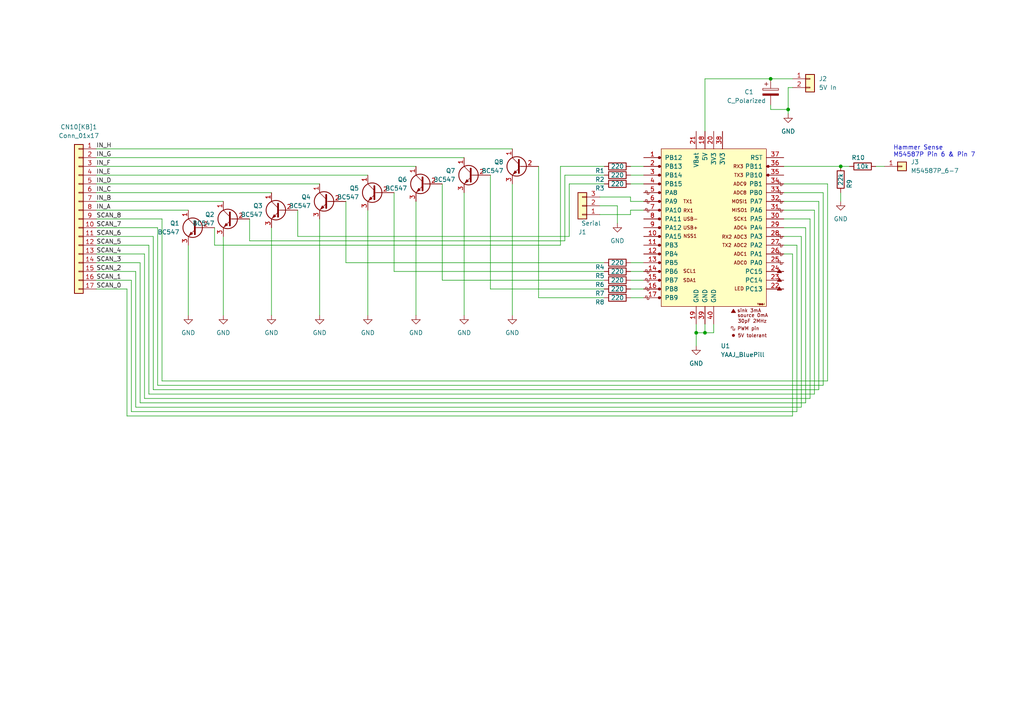
<source format=kicad_sch>
(kicad_sch (version 20211123) (generator eeschema)
  (paper "A4")
  (lib_symbols
    (symbol "Connector_Generic:Conn_01x01" (pin_names (offset 1.016) hide)
      (property "Reference" "J" (at 0 2.54 0))
      (property "Value" "Conn_01x01" (at 0 -2.54 0))
      (symbol "Conn_01x01_1_1"
        (rectangle (start -1.27 0.127) (end 0 -0.127) (stroke (width 0.1524)))
        (rectangle (start -1.27 1.27) (end 1.27 -1.27) (stroke (width 0.254)) (fill (type background)))
        (pin passive line (at -5.08 0 0) (length 3.81) (name "Pin_1") (number "1"))
      )
    )
    (symbol "Connector_Generic:Conn_01x02" (pin_names (offset 1.016) hide)
      (property "Reference" "J" (at 0 2.54 0))
      (property "Value" "Conn_01x02" (at 0 -5.08 0))
      (symbol "Conn_01x02_1_1"
        (rectangle (start -1.27 -2.413) (end 0 -2.667) (stroke (width 0.1524)))
        (rectangle (start -1.27 0.127) (end 0 -0.127) (stroke (width 0.1524)))
        (rectangle (start -1.27 1.27) (end 1.27 -3.81) (stroke (width 0.254)) (fill (type background)))
        (pin passive line (at -5.08 0 0) (length 3.81) (name "Pin_1") (number "1"))
        (pin passive line (at -5.08 -2.54 0) (length 3.81) (name "Pin_2") (number "2"))
      )
    )
    (symbol "Connector_Generic:Conn_01x03" (pin_names (offset 1.016) hide)
      (property "Reference" "J" (at 0 5.08 0))
      (property "Value" "Conn_01x03" (at 0 -5.08 0))
      (symbol "Conn_01x03_1_1"
        (rectangle (start -1.27 -2.413) (end 0 -2.667) (stroke (width 0.1524)))
        (rectangle (start -1.27 0.127) (end 0 -0.127) (stroke (width 0.1524)))
        (rectangle (start -1.27 2.667) (end 0 2.413) (stroke (width 0.1524)))
        (rectangle (start -1.27 3.81) (end 1.27 -3.81) (stroke (width 0.254)) (fill (type background)))
        (pin passive line (at -5.08 2.54 0) (length 3.81) (name "Pin_1") (number "1"))
        (pin passive line (at -5.08 0 0) (length 3.81) (name "Pin_2") (number "2"))
        (pin passive line (at -5.08 -2.54 0) (length 3.81) (name "Pin_3") (number "3"))
      )
    )
    (symbol "Connector_Generic:Conn_01x17" (pin_names (offset 1.016) hide)
      (property "Reference" "J" (at 0 22.86 0))
      (property "Value" "Conn_01x17" (at 0 -22.86 0))
      (symbol "Conn_01x17_1_1"
        (rectangle (start -1.27 -20.193) (end 0 -20.447) (stroke (width 0.1524)))
        (rectangle (start -1.27 -17.653) (end 0 -17.907) (stroke (width 0.1524)))
        (rectangle (start -1.27 -15.113) (end 0 -15.367) (stroke (width 0.1524)))
        (rectangle (start -1.27 -12.573) (end 0 -12.827) (stroke (width 0.1524)))
        (rectangle (start -1.27 -10.033) (end 0 -10.287) (stroke (width 0.1524)))
        (rectangle (start -1.27 -7.493) (end 0 -7.747) (stroke (width 0.1524)))
        (rectangle (start -1.27 -4.953) (end 0 -5.207) (stroke (width 0.1524)))
        (rectangle (start -1.27 -2.413) (end 0 -2.667) (stroke (width 0.1524)))
        (rectangle (start -1.27 0.127) (end 0 -0.127) (stroke (width 0.1524)))
        (rectangle (start -1.27 2.667) (end 0 2.413) (stroke (width 0.1524)))
        (rectangle (start -1.27 5.207) (end 0 4.953) (stroke (width 0.1524)))
        (rectangle (start -1.27 7.747) (end 0 7.493) (stroke (width 0.1524)))
        (rectangle (start -1.27 10.287) (end 0 10.033) (stroke (width 0.1524)))
        (rectangle (start -1.27 12.827) (end 0 12.573) (stroke (width 0.1524)))
        (rectangle (start -1.27 15.367) (end 0 15.113) (stroke (width 0.1524)))
        (rectangle (start -1.27 17.907) (end 0 17.653) (stroke (width 0.1524)))
        (rectangle (start -1.27 20.447) (end 0 20.193) (stroke (width 0.1524)))
        (rectangle (start -1.27 21.59) (end 1.27 -21.59) (stroke (width 0.254)) (fill (type background)))
        (pin passive line (at -5.08 20.32 0) (length 3.81) (name "Pin_1") (number "1"))
        (pin passive line (at -5.08 -2.54 0) (length 3.81) (name "Pin_10") (number "10"))
        (pin passive line (at -5.08 -5.08 0) (length 3.81) (name "Pin_11") (number "11"))
        (pin passive line (at -5.08 -7.62 0) (length 3.81) (name "Pin_12") (number "12"))
        (pin passive line (at -5.08 -10.16 0) (length 3.81) (name "Pin_13") (number "13"))
        (pin passive line (at -5.08 -12.7 0) (length 3.81) (name "Pin_14") (number "14"))
        (pin passive line (at -5.08 -15.24 0) (length 3.81) (name "Pin_15") (number "15"))
        (pin passive line (at -5.08 -17.78 0) (length 3.81) (name "Pin_16") (number "16"))
        (pin passive line (at -5.08 -20.32 0) (length 3.81) (name "Pin_17") (number "17"))
        (pin passive line (at -5.08 17.78 0) (length 3.81) (name "Pin_2") (number "2"))
        (pin passive line (at -5.08 15.24 0) (length 3.81) (name "Pin_3") (number "3"))
        (pin passive line (at -5.08 12.7 0) (length 3.81) (name "Pin_4") (number "4"))
        (pin passive line (at -5.08 10.16 0) (length 3.81) (name "Pin_5") (number "5"))
        (pin passive line (at -5.08 7.62 0) (length 3.81) (name "Pin_6") (number "6"))
        (pin passive line (at -5.08 5.08 0) (length 3.81) (name "Pin_7") (number "7"))
        (pin passive line (at -5.08 2.54 0) (length 3.81) (name "Pin_8") (number "8"))
        (pin passive line (at -5.08 0 0) (length 3.81) (name "Pin_9") (number "9"))
      )
    )
    (symbol "Device:C_Polarized" (pin_numbers hide) (pin_names (offset 0.254))
      (property "Reference" "C" (at 0.635 2.54 0))
      (property "Value" "C_Polarized" (at 0.635 -2.54 0))
      (symbol "C_Polarized_0_1"
        (rectangle (start -2.286 0.508) (end 2.286 1.016))
        (polyline (pts (xy -1.778 2.286) (xy -0.762 2.286)))
        (polyline (pts (xy -1.27 2.794) (xy -1.27 1.778)))
        (rectangle (start 2.286 -0.508) (end -2.286 -1.016) (fill (type outline)))
      )
      (symbol "C_Polarized_1_1"
        (pin passive line (at 0 3.81 270) (length 2.794) (name "~") (number "1"))
        (pin passive line (at 0 -3.81 90) (length 2.794) (name "~") (number "2"))
      )
    )
    (symbol "Device:R" (pin_numbers hide) (pin_names (offset 0))
      (property "Reference" "R" (at 2.032 0 90))
      (property "Value" "R" (at 0 0 90))
      (symbol "R_0_1"
        (rectangle (start -1.016 -2.54) (end 1.016 2.54) (stroke (width 0.254)))
      )
      (symbol "R_1_1"
        (pin passive line (at 0 3.81 270) (length 1.27) (name "~") (number "1"))
        (pin passive line (at 0 -3.81 90) (length 1.27) (name "~") (number "2"))
      )
    )
    (symbol "Transistor_BJT:BC547" (pin_names (offset 0) hide)
      (property "Reference" "Q" (at 5.08 1.905 0))
      (property "Value" "BC547" (at 5.08 0 0))
      (symbol "BC547_0_1"
        (polyline (pts (xy 0 0) (xy 0.635 0)))
        (polyline (pts (xy 0.635 0.635) (xy 2.54 2.54)))
        (polyline (pts (xy 0.635 -0.635) (xy 2.54 -2.54) (xy 2.54 -2.54)))
        (polyline (pts (xy 0.635 1.905) (xy 0.635 -1.905) (xy 0.635 -1.905)) (stroke (width 0.508)))
        (polyline (pts (xy 1.27 -1.778) (xy 1.778 -1.27) (xy 2.286 -2.286) (xy 1.27 -1.778) (xy 1.27 -1.778)) (fill (type outline)))
        (circle (center 1.27 0) (radius 2.8194) (stroke (width 0.254)))
      )
      (symbol "BC547_1_1"
        (pin passive line (at 2.54 5.08 270) (length 2.54) (name "C") (number "1"))
        (pin input line (at -5.08 0 0) (length 5.08) (name "B") (number "2"))
        (pin passive line (at 2.54 -5.08 90) (length 2.54) (name "E") (number "3"))
      )
    )
    (symbol "YAAJ_BluePill:YAAJ_BluePill" (pin_names (offset 1.016))
      (property "Reference" "U" (at -13.97 24.13 0))
      (property "Value" "YAAJ_BluePill" (at 0 6.35 90))
      (symbol "YAAJ_BluePill_0_0"
        (circle (center -15.748 -20.32) (radius 0.3556) (fill (type outline)))
        (circle (center -15.748 -17.78) (radius 0.3556) (fill (type outline)))
        (circle (center -15.748 -15.24) (radius 0.3556) (fill (type outline)))
        (circle (center -15.748 -12.7) (radius 0.3556) (fill (type outline)))
        (circle (center -15.748 -10.16) (radius 0.3556) (fill (type outline)))
        (circle (center -15.748 -7.62) (radius 0.3556) (fill (type outline)))
        (circle (center -15.748 -5.08) (radius 0.3556) (fill (type outline)))
        (circle (center -15.748 -2.54) (radius 0.3556) (fill (type outline)))
        (circle (center -15.748 0) (radius 0.3556) (fill (type outline)))
        (circle (center -15.748 2.54) (radius 0.3556) (fill (type outline)))
        (circle (center -15.748 5.08) (radius 0.3556) (fill (type outline)))
        (circle (center -15.748 7.62) (radius 0.3556) (fill (type outline)))
        (circle (center -15.748 10.16) (radius 0.3556) (fill (type outline)))
        (circle (center -15.748 12.7) (radius 0.3556) (fill (type outline)))
        (circle (center -15.748 15.24) (radius 0.3556) (fill (type outline)))
        (circle (center -15.748 20.32) (radius 0.3556) (fill (type outline)))
        (polyline (pts (xy 5.08 -24.638) (xy 5.715 -23.622) (xy 6.35 -24.638) (xy 5.08 -24.638) (xy 5.715 -23.749) (xy 6.223 -24.638) (xy 5.207 -24.511) (xy 5.715 -23.876) (xy 6.096 -24.638) (xy 5.334 -24.384) (xy 5.842 -24.003) (xy 5.969 -24.638) (xy 5.461 -24.257) (xy 5.969 -24.13) (xy 5.842 -24.511) (xy 5.588 -24.257) (xy 5.842 -24.384) (xy 5.715 -24.13)))
        (polyline (pts (xy 18.415 -18.161) (xy 19.05 -17.145) (xy 19.685 -18.161) (xy 18.415 -18.161) (xy 19.05 -17.272) (xy 19.558 -18.161) (xy 18.542 -18.034) (xy 19.05 -17.399) (xy 19.431 -18.161) (xy 18.669 -17.907) (xy 19.177 -17.526) (xy 19.304 -18.161) (xy 18.796 -17.78) (xy 19.304 -17.653) (xy 19.177 -18.034) (xy 18.923 -17.78) (xy 19.177 -17.907) (xy 19.05 -17.653)))
        (polyline (pts (xy 18.415 -15.621) (xy 19.05 -14.605) (xy 19.685 -15.621) (xy 18.415 -15.621) (xy 19.05 -14.732) (xy 19.558 -15.621) (xy 18.542 -15.494) (xy 19.05 -14.859) (xy 19.431 -15.621) (xy 18.669 -15.367) (xy 19.177 -14.986) (xy 19.304 -15.621) (xy 18.796 -15.24) (xy 19.304 -15.113) (xy 19.177 -15.494) (xy 18.923 -15.24) (xy 19.177 -15.367) (xy 19.05 -15.113)))
        (polyline (pts (xy 18.415 -13.081) (xy 19.05 -12.065) (xy 19.685 -13.081) (xy 18.415 -13.081) (xy 19.05 -12.192) (xy 19.558 -13.081) (xy 18.542 -12.954) (xy 19.05 -12.319) (xy 19.431 -13.081) (xy 18.669 -12.827) (xy 19.177 -12.446) (xy 19.304 -13.081) (xy 18.796 -12.7) (xy 19.304 -12.573) (xy 19.177 -12.954) (xy 18.923 -12.7) (xy 19.177 -12.827) (xy 19.05 -12.573)))
        (circle (center 5.715 -31.242) (radius 0.127) (fill (type outline)))
        (circle (center 5.715 -31.242) (radius 0.254))
        (circle (center 5.715 -31.242) (radius 0.3556))
        (circle (center 15.748 15.24) (radius 0.254) (fill (type outline)))
        (circle (center 15.748 15.24) (radius 0.3556))
        (circle (center 15.748 17.78) (radius 0.254) (fill (type outline)))
        (circle (center 15.748 17.78) (radius 0.3556))
        (text "30pF 2MHz" (at 11.176 -27.051 0) (effects (font (size 0.9906 0.9906))))
        (text "5V tolerant" (at 11.176 -31.242 0) (effects (font (size 0.9906 0.9906))))
        (text "ADC0" (at 7.747 -10.16 0) (effects (font (size 0.9906 0.9906))))
        (text "ADC1" (at 7.747 -7.62 0) (effects (font (size 0.9906 0.9906))))
        (text "ADC2" (at 7.747 -5.08 0) (effects (font (size 0.9906 0.9906))))
        (text "ADC3" (at 7.747 -2.667 0) (effects (font (size 0.9906 0.9906))))
        (text "ADC4" (at 7.747 0 0) (effects (font (size 0.9906 0.9906))))
        (text "ADC8" (at 7.62 10.16 0) (effects (font (size 0.9906 0.9906))))
        (text "ADC9" (at 7.62 12.7 0) (effects (font (size 0.9906 0.9906))))
        (text "LED" (at 7.366 -17.653 0) (effects (font (size 0.9906 0.9906))))
        (text "MISO1" (at 7.493 5.08 0) (effects (font (size 0.9906 0.9906))))
        (text "MOSI1" (at 7.493 7.62 0) (effects (font (size 0.9906 0.9906))))
        (text "NSS1" (at -6.858 -2.413 0) (effects (font (size 0.9906 0.9906))))
        (text "PWM pin" (at 10.033 -29.21 0) (effects (font (size 0.9906 0.9906))))
        (text "RX1" (at -7.366 4.953 0) (effects (font (size 0.9906 0.9906))))
        (text "RX2" (at 3.81 -2.667 0) (effects (font (size 0.9906 0.9906))))
        (text "RX3" (at 7.112 17.78 0) (effects (font (size 0.9906 0.9906))))
        (text "SCK1" (at 7.747 2.54 0) (effects (font (size 0.9906 0.9906))))
        (text "SCL1" (at -6.985 -12.573 0) (effects (font (size 0.9906 0.9906))))
        (text "SDA1" (at -6.985 -15.24 0) (effects (font (size 0.9906 0.9906))))
        (text "sink 3mA" (at 10.287 -24.003 0) (effects (font (size 0.9906 0.9906))))
        (text "source 0mA" (at 11.303 -25.4 0) (effects (font (size 0.9906 0.9906))))
        (text "TX1" (at -7.493 7.62 0) (effects (font (size 0.9906 0.9906))))
        (text "TX2" (at 3.81 -5.08 0) (effects (font (size 0.9906 0.9906))))
        (text "TX3" (at 7.239 15.24 0) (effects (font (size 0.9906 0.9906))))
        (text "USB+" (at -6.731 0 0) (effects (font (size 0.9906 0.9906))))
        (text "USB-" (at -6.731 2.54 0) (effects (font (size 0.9906 0.9906))))
        (text "Y@@J" (at 13.6906 -22.1488 0) (effects (font (size 0.508 0.508))))
      )
      (symbol "YAAJ_BluePill_0_1"
        (rectangle (start -15.24 22.86) (end 15.24 -22.86) (fill (type background)))
        (polyline (pts (xy -18.796 -20.32) (xy -18.796 -20.828) (xy -19.304 -20.828) (xy -19.304 -19.812) (xy -19.812 -19.812) (xy -19.812 -20.32)))
        (polyline (pts (xy -18.796 -17.78) (xy -18.796 -18.288) (xy -19.304 -18.288) (xy -19.304 -17.272) (xy -19.812 -17.272) (xy -19.812 -17.78)))
        (polyline (pts (xy -18.796 -15.24) (xy -18.796 -15.748) (xy -19.304 -15.748) (xy -19.304 -14.732) (xy -19.812 -14.732) (xy -19.812 -15.24)))
        (polyline (pts (xy -18.796 -12.7) (xy -18.796 -13.208) (xy -19.304 -13.208) (xy -19.304 -12.192) (xy -19.812 -12.192) (xy -19.812 -12.7)))
        (polyline (pts (xy -18.796 5.08) (xy -18.796 4.572) (xy -19.304 4.572) (xy -19.304 5.588) (xy -19.812 5.588) (xy -19.812 5.08)))
        (polyline (pts (xy -18.796 7.62) (xy -18.796 7.112) (xy -19.304 7.112) (xy -19.304 8.128) (xy -19.812 8.128) (xy -19.812 7.62)))
        (polyline (pts (xy -18.796 10.16) (xy -18.796 9.652) (xy -19.304 9.652) (xy -19.304 10.668) (xy -19.812 10.668) (xy -19.812 10.16)))
        (polyline (pts (xy 6.096 -29.21) (xy 6.096 -29.718) (xy 5.588 -29.718) (xy 5.588 -28.702) (xy 5.08 -28.702) (xy 5.08 -29.21)))
        (polyline (pts (xy 19.812 -10.16) (xy 19.812 -10.668) (xy 19.304 -10.668) (xy 19.304 -9.652) (xy 18.796 -9.652) (xy 18.796 -10.16)))
        (polyline (pts (xy 19.812 -7.62) (xy 19.812 -8.128) (xy 19.304 -8.128) (xy 19.304 -7.112) (xy 18.796 -7.112) (xy 18.796 -7.62)))
        (polyline (pts (xy 19.812 -5.08) (xy 19.812 -5.588) (xy 19.304 -5.588) (xy 19.304 -4.572) (xy 18.796 -4.572) (xy 18.796 -5.08)))
        (polyline (pts (xy 19.812 -2.54) (xy 19.812 -3.048) (xy 19.304 -3.048) (xy 19.304 -2.032) (xy 18.796 -2.032) (xy 18.796 -2.54)))
        (polyline (pts (xy 19.812 5.08) (xy 19.812 4.572) (xy 19.304 4.572) (xy 19.304 5.588) (xy 18.796 5.588) (xy 18.796 5.08)))
        (polyline (pts (xy 19.812 7.62) (xy 19.812 7.112) (xy 19.304 7.112) (xy 19.304 8.128) (xy 18.796 8.128) (xy 18.796 7.62)))
        (polyline (pts (xy 19.812 10.16) (xy 19.812 9.652) (xy 19.304 9.652) (xy 19.304 10.668) (xy 18.796 10.668) (xy 18.796 10.16)))
        (polyline (pts (xy 19.812 12.7) (xy 19.812 12.192) (xy 19.304 12.192) (xy 19.304 13.208) (xy 18.796 13.208) (xy 18.796 12.7)))
      )
      (symbol "YAAJ_BluePill_1_1"
        (circle (center -15.748 17.78) (radius 0.3556) (fill (type outline)))
        (pin bidirectional line (at -20.32 20.32 0) (length 5.08) (name "PB12") (number "1"))
        (pin bidirectional line (at -20.32 -2.54 0) (length 5.08) (name "PA15") (number "10"))
        (pin bidirectional line (at -20.32 -5.08 0) (length 5.08) (name "PB3") (number "11"))
        (pin bidirectional line (at -20.32 -7.62 0) (length 5.08) (name "PB4") (number "12"))
        (pin bidirectional line (at -20.32 -10.16 0) (length 5.08) (name "PB5") (number "13"))
        (pin bidirectional line (at -20.32 -12.7 0) (length 5.08) (name "PB6") (number "14"))
        (pin bidirectional line (at -20.32 -15.24 0) (length 5.08) (name "PB7") (number "15"))
        (pin bidirectional line (at -20.32 -17.78 0) (length 5.08) (name "PB8") (number "16"))
        (pin bidirectional line (at -20.32 -20.32 0) (length 5.08) (name "PB9") (number "17"))
        (pin power_in line (at -2.54 27.94 270) (length 5.08) (name "5V") (number "18"))
        (pin power_in line (at -5.08 -27.94 90) (length 5.08) (name "GND") (number "19"))
        (pin bidirectional line (at -20.32 17.78 0) (length 5.08) (name "PB13") (number "2"))
        (pin power_in line (at 0 27.94 270) (length 5.08) (name "3V3") (number "20"))
        (pin power_in line (at -5.08 27.94 270) (length 5.08) (name "VBat") (number "21"))
        (pin bidirectional line (at 20.32 -17.78 180) (length 5.08) (name "PC13") (number "22"))
        (pin bidirectional line (at 20.32 -15.24 180) (length 5.08) (name "PC14") (number "23"))
        (pin bidirectional line (at 20.32 -12.7 180) (length 5.08) (name "PC15") (number "24"))
        (pin bidirectional line (at 20.32 -10.16 180) (length 5.08) (name "PA0") (number "25"))
        (pin bidirectional line (at 20.32 -7.62 180) (length 5.08) (name "PA1") (number "26"))
        (pin bidirectional line (at 20.32 -5.08 180) (length 5.08) (name "PA2") (number "27"))
        (pin bidirectional line (at 20.32 -2.54 180) (length 5.08) (name "PA3") (number "28"))
        (pin bidirectional line (at 20.32 0 180) (length 5.08) (name "PA4") (number "29"))
        (pin bidirectional line (at -20.32 15.24 0) (length 5.08) (name "PB14") (number "3"))
        (pin bidirectional line (at 20.32 2.54 180) (length 5.08) (name "PA5") (number "30"))
        (pin bidirectional line (at 20.32 5.08 180) (length 5.08) (name "PA6") (number "31"))
        (pin bidirectional line (at 20.32 7.62 180) (length 5.08) (name "PA7") (number "32"))
        (pin bidirectional line (at 20.32 10.16 180) (length 5.08) (name "PB0") (number "33"))
        (pin bidirectional line (at 20.32 12.7 180) (length 5.08) (name "PB1") (number "34"))
        (pin bidirectional line (at 20.32 15.24 180) (length 5.08) (name "PB10") (number "35"))
        (pin bidirectional line (at 20.32 17.78 180) (length 5.08) (name "PB11") (number "36"))
        (pin input line (at 20.32 20.32 180) (length 5.08) (name "RST") (number "37"))
        (pin power_in line (at 2.54 27.94 270) (length 5.08) (name "3V3") (number "38"))
        (pin power_in line (at -2.54 -27.94 90) (length 5.08) (name "GND") (number "39"))
        (pin bidirectional line (at -20.32 12.7 0) (length 5.08) (name "PB15") (number "4"))
        (pin power_in line (at 0 -27.94 90) (length 5.08) (name "GND") (number "40"))
        (pin bidirectional line (at -20.32 10.16 0) (length 5.08) (name "PA8") (number "5"))
        (pin bidirectional line (at -20.32 7.62 0) (length 5.08) (name "PA9") (number "6"))
        (pin bidirectional line (at -20.32 5.08 0) (length 5.08) (name "PA10") (number "7"))
        (pin bidirectional line (at -20.32 2.54 0) (length 5.08) (name "PA11") (number "8"))
        (pin bidirectional line (at -20.32 0 0) (length 5.08) (name "PA12") (number "9"))
      )
    )
    (symbol "power:GND" (power) (pin_names (offset 0))
      (property "Value" "GND" (at 0 -3.81 0))
      (symbol "GND_0_1"
        (polyline (pts (xy 0 0) (xy 0 -1.27) (xy 1.27 -1.27) (xy 0 -2.54) (xy -1.27 -1.27) (xy 0 -1.27)))
      )
      (symbol "GND_1_1"
        (pin power_in line (at 0 0 270) (length 0) hide (name "GND") (number "1"))
      )
    )
  )
  (junction (at 243.84 48.26))
  (junction (at 204.47 96.52))
  (junction (at 201.93 96.52))
  (junction (at 228.6 31.75))
  (junction (at 223.52 22.86))
  (wire (pts (xy 156.21 48.26) (xy 156.21 86.36)))
  (wire (pts (xy 72.39 63.5) (xy 72.39 69.85)))
  (wire (pts (xy 227.33 53.34) (xy 240.03 53.34)))
  (wire (pts (xy 204.47 22.86) (xy 223.52 22.86)))
  (wire (pts (xy 27.94 81.28) (xy 38.1 81.28)))
  (wire (pts (xy 227.33 48.26) (xy 243.84 48.26)))
  (wire (pts (xy 27.94 55.88) (xy 78.74 55.88)))
  (wire (pts (xy 134.62 55.88) (xy 134.62 91.44)))
  (wire (pts (xy 40.64 116.84) (xy 233.68 116.84)))
  (wire (pts (xy 78.74 66.04) (xy 78.74 91.44)))
  (wire (pts (xy 27.94 53.34) (xy 92.71 53.34)))
  (wire (pts (xy 223.52 30.48) (xy 223.52 31.75)))
  (wire (pts (xy 182.88 60.96) (xy 186.69 60.96)))
  (wire (pts (xy 182.88 48.26) (xy 186.69 48.26)))
  (wire (pts (xy 39.37 118.11) (xy 39.37 78.74)))
  (wire (pts (xy 182.88 50.8) (xy 186.69 50.8)))
  (wire (pts (xy 142.24 83.82) (xy 142.24 50.8)))
  (wire (pts (xy 163.83 50.8) (xy 175.26 50.8)))
  (wire (pts (xy 201.93 96.52) (xy 204.47 96.52)))
  (wire (pts (xy 40.64 76.2) (xy 40.64 116.84)))
  (wire (pts (xy 236.22 60.96) (xy 227.33 60.96)))
  (wire (pts (xy 41.91 115.57) (xy 41.91 73.66)))
  (wire (pts (xy 45.72 66.04) (xy 45.72 111.76)))
  (wire (pts (xy 182.88 86.36) (xy 186.69 86.36)))
  (wire (pts (xy 163.83 69.85) (xy 163.83 50.8)))
  (wire (pts (xy 228.6 25.4) (xy 229.87 25.4)))
  (wire (pts (xy 27.94 45.72) (xy 134.62 45.72)))
  (wire (pts (xy 231.14 71.12) (xy 227.33 71.12)))
  (wire (pts (xy 243.84 55.88) (xy 243.84 58.42)))
  (wire (pts (xy 227.33 68.58) (xy 232.41 68.58)))
  (wire (pts (xy 165.1 68.58) (xy 86.36 68.58)))
  (wire (pts (xy 227.33 63.5) (xy 234.95 63.5)))
  (wire (pts (xy 100.33 76.2) (xy 175.26 76.2)))
  (wire (pts (xy 36.83 83.82) (xy 27.94 83.82)))
  (wire (pts (xy 186.69 58.42) (xy 182.88 58.42)))
  (wire (pts (xy 175.26 83.82) (xy 142.24 83.82)))
  (wire (pts (xy 179.07 59.69) (xy 173.99 59.69)))
  (wire (pts (xy 182.88 58.42) (xy 182.88 57.15)))
  (wire (pts (xy 106.68 60.96) (xy 106.68 91.44)))
  (wire (pts (xy 232.41 118.11) (xy 39.37 118.11)))
  (wire (pts (xy 237.49 113.03) (xy 44.45 113.03)))
  (wire (pts (xy 204.47 96.52) (xy 204.47 93.98)))
  (wire (pts (xy 54.61 71.12) (xy 54.61 91.44)))
  (wire (pts (xy 62.23 66.04) (xy 62.23 71.12)))
  (wire (pts (xy 72.39 69.85) (xy 163.83 69.85)))
  (wire (pts (xy 165.1 53.34) (xy 165.1 68.58)))
  (wire (pts (xy 236.22 114.3) (xy 236.22 60.96)))
  (wire (pts (xy 27.94 73.66) (xy 41.91 73.66)))
  (wire (pts (xy 100.33 58.42) (xy 100.33 76.2)))
  (wire (pts (xy 27.94 78.74) (xy 39.37 78.74)))
  (wire (pts (xy 231.14 119.38) (xy 231.14 71.12)))
  (wire (pts (xy 43.18 71.12) (xy 43.18 114.3)))
  (wire (pts (xy 223.52 22.86) (xy 229.87 22.86)))
  (wire (pts (xy 228.6 33.02) (xy 228.6 31.75)))
  (wire (pts (xy 175.26 78.74) (xy 114.3 78.74)))
  (wire (pts (xy 162.56 71.12) (xy 162.56 48.26)))
  (wire (pts (xy 238.76 111.76) (xy 238.76 55.88)))
  (wire (pts (xy 237.49 58.42) (xy 237.49 113.03)))
  (wire (pts (xy 86.36 68.58) (xy 86.36 60.96)))
  (wire (pts (xy 254 48.26) (xy 256.54 48.26)))
  (wire (pts (xy 128.27 81.28) (xy 175.26 81.28)))
  (wire (pts (xy 62.23 71.12) (xy 162.56 71.12)))
  (wire (pts (xy 27.94 68.58) (xy 44.45 68.58)))
  (wire (pts (xy 240.03 53.34) (xy 240.03 110.49)))
  (wire (pts (xy 204.47 38.1) (xy 204.47 22.86)))
  (wire (pts (xy 27.94 76.2) (xy 40.64 76.2)))
  (wire (pts (xy 27.94 50.8) (xy 106.68 50.8)))
  (wire (pts (xy 243.84 48.26) (xy 246.38 48.26)))
  (wire (pts (xy 182.88 57.15) (xy 173.99 57.15)))
  (wire (pts (xy 27.94 63.5) (xy 46.99 63.5)))
  (wire (pts (xy 44.45 113.03) (xy 44.45 68.58)))
  (wire (pts (xy 64.77 68.58) (xy 64.77 91.44)))
  (wire (pts (xy 238.76 55.88) (xy 227.33 55.88)))
  (wire (pts (xy 232.41 68.58) (xy 232.41 118.11)))
  (wire (pts (xy 46.99 110.49) (xy 46.99 63.5)))
  (wire (pts (xy 148.59 53.34) (xy 148.59 91.44)))
  (wire (pts (xy 179.07 64.77) (xy 179.07 59.69)))
  (wire (pts (xy 234.95 115.57) (xy 41.91 115.57)))
  (wire (pts (xy 182.88 62.23) (xy 182.88 60.96)))
  (wire (pts (xy 182.88 78.74) (xy 186.69 78.74)))
  (wire (pts (xy 156.21 86.36) (xy 175.26 86.36)))
  (wire (pts (xy 233.68 66.04) (xy 227.33 66.04)))
  (wire (pts (xy 162.56 48.26) (xy 175.26 48.26)))
  (wire (pts (xy 227.33 58.42) (xy 237.49 58.42)))
  (wire (pts (xy 173.99 62.23) (xy 182.88 62.23)))
  (wire (pts (xy 229.87 73.66) (xy 227.33 73.66)))
  (wire (pts (xy 201.93 93.98) (xy 201.93 96.52)))
  (wire (pts (xy 27.94 71.12) (xy 43.18 71.12)))
  (wire (pts (xy 120.65 58.42) (xy 120.65 91.44)))
  (wire (pts (xy 182.88 81.28) (xy 186.69 81.28)))
  (wire (pts (xy 27.94 66.04) (xy 45.72 66.04)))
  (wire (pts (xy 128.27 53.34) (xy 128.27 81.28)))
  (wire (pts (xy 27.94 58.42) (xy 64.77 58.42)))
  (wire (pts (xy 114.3 78.74) (xy 114.3 55.88)))
  (wire (pts (xy 233.68 116.84) (xy 233.68 66.04)))
  (wire (pts (xy 27.94 48.26) (xy 120.65 48.26)))
  (wire (pts (xy 36.83 120.65) (xy 229.87 120.65)))
  (wire (pts (xy 207.01 96.52) (xy 207.01 93.98)))
  (wire (pts (xy 38.1 119.38) (xy 231.14 119.38)))
  (wire (pts (xy 27.94 60.96) (xy 54.61 60.96)))
  (wire (pts (xy 182.88 83.82) (xy 186.69 83.82)))
  (wire (pts (xy 182.88 53.34) (xy 186.69 53.34)))
  (wire (pts (xy 43.18 114.3) (xy 236.22 114.3)))
  (wire (pts (xy 240.03 110.49) (xy 46.99 110.49)))
  (wire (pts (xy 27.94 43.18) (xy 148.59 43.18)))
  (wire (pts (xy 182.88 76.2) (xy 186.69 76.2)))
  (wire (pts (xy 204.47 96.52) (xy 207.01 96.52)))
  (wire (pts (xy 45.72 111.76) (xy 238.76 111.76)))
  (wire (pts (xy 92.71 63.5) (xy 92.71 91.44)))
  (wire (pts (xy 229.87 120.65) (xy 229.87 73.66)))
  (wire (pts (xy 201.93 96.52) (xy 201.93 100.33)))
  (wire (pts (xy 36.83 83.82) (xy 36.83 120.65)))
  (wire (pts (xy 175.26 53.34) (xy 165.1 53.34)))
  (wire (pts (xy 234.95 63.5) (xy 234.95 115.57)))
  (wire (pts (xy 228.6 31.75) (xy 228.6 25.4)))
  (wire (pts (xy 38.1 81.28) (xy 38.1 119.38)))
  (wire (pts (xy 223.52 31.75) (xy 228.6 31.75)))
  (text "Hammer Sense\nM54587P Pin 6 & Pin 7" (at 259.08 45.72 0) (effects (font (size 1.27 1.27)) (justify left bottom)))
  (label "IN_B" (at 27.94 58.42 0))
  (label "SCAN_5" (at 27.94 71.12 0))
  (label "SCAN_1" (at 27.94 81.28 0))
  (label "SCAN_8" (at 27.94 63.5 0))
  (label "IN_E" (at 27.94 50.8 0))
  (label "SCAN_3" (at 27.94 76.2 0))
  (label "IN_A" (at 27.94 60.96 0))
  (label "IN_F" (at 27.94 48.26 0))
  (label "IN_H" (at 27.94 43.18 0))
  (label "IN_G" (at 27.94 45.72 0))
  (label "SCAN_7" (at 27.94 66.04 0))
  (label "IN_C" (at 27.94 55.88 0))
  (label "SCAN_2" (at 27.94 78.74 0))
  (label "SCAN_6" (at 27.94 68.58 0))
  (label "SCAN_0" (at 27.94 83.82 0))
  (label "IN_D" (at 27.94 53.34 0))
  (label "SCAN_4" (at 27.94 73.66 0))
  (symbol (lib_id "Device:R") (at 179.07 78.74 270) (mirror x) (unit 1)
    (property "Reference" "R5" (at 173.99 80.01 90))
    (property "Value" "220" (at 179.07 78.74 90))
  )
  (symbol (lib_id "Transistor_BJT:BC547") (at 67.31 63.5 0) (mirror y) (unit 1)
    (property "Reference" "Q2" (at 62.23 62.2299 0) (effects (justify left)))
    (property "Value" "BC547" (at 62.23 64.7699 0) (effects (justify left)))
    (property "Footprint" "Package_TO_SOT_THT:TO-92_Inline" (effects hide))
    (property "Datasheet" "https://www.onsemi.com/pub/Collateral/BC550-D.pdf" (effects hide))
  )
  (symbol (lib_id "power:GND") (at 54.61 91.44 0) (unit 1)
    (property "Reference" "#PWR0104" (effects hide))
    (property "Value" "GND" (at 54.61 96.52 0))
  )
  (symbol (lib_id "power:GND") (at 64.77 91.44 0) (unit 1)
    (property "Reference" "#PWR0105" (effects hide))
    (property "Value" "GND" (at 64.77 96.52 0))
  )
  (symbol (lib_id "Device:R") (at 179.07 81.28 270) (mirror x) (unit 1)
    (property "Reference" "R6" (at 173.99 82.55 90))
    (property "Value" "220" (at 179.07 81.28 90))
  )
  (symbol (lib_id "YAAJ_BluePill:YAAJ_BluePill") (at 207.01 66.04 0) (unit 1)
    (property "Reference" "U1" (at 209.0294 100.33 0) (effects (justify left)))
    (property "Value" "YAAJ_BluePill" (at 209.0294 102.87 0) (effects (justify left)))
  )
  (symbol (lib_id "Device:C_Polarized") (at 223.52 26.67 0) (unit 1)
    (property "Reference" "C1" (at 215.9 26.67 0) (effects (justify left)))
    (property "Value" "C_Polarized" (at 210.82 29.21 0) (effects (justify left)))
  )
  (symbol (lib_id "Device:R") (at 250.19 48.26 270) (mirror x) (unit 1)
    (property "Reference" "R10" (at 248.92 45.72 90))
    (property "Value" "10k" (at 250.19 48.26 90))
  )
  (symbol (lib_id "Device:R") (at 179.07 53.34 270) (mirror x) (unit 1)
    (property "Reference" "R3" (at 173.99 54.61 90))
    (property "Value" "220" (at 179.07 53.34 90))
  )
  (symbol (lib_id "power:GND") (at 120.65 91.44 0) (unit 1)
    (property "Reference" "#PWR0110" (effects hide))
    (property "Value" "GND" (at 120.65 96.52 0))
  )
  (symbol (lib_id "power:GND") (at 201.93 100.33 0) (unit 1)
    (property "Reference" "#PWR0102" (effects hide))
    (property "Value" "GND" (at 201.93 105.41 0))
  )
  (symbol (lib_id "Transistor_BJT:BC547") (at 57.15 66.04 0) (mirror y) (unit 1)
    (property "Reference" "Q1" (at 52.07 64.7699 0) (effects (justify left)))
    (property "Value" "BC547" (at 52.07 67.3099 0) (effects (justify left)))
    (property "Footprint" "Package_TO_SOT_THT:TO-92_Inline" (effects hide))
    (property "Datasheet" "https://www.onsemi.com/pub/Collateral/BC550-D.pdf" (effects hide))
  )
  (symbol (lib_id "Connector_Generic:Conn_01x03") (at 168.91 59.69 180) (unit 1)
    (property "Reference" "J1" (at 168.91 67.31 0))
    (property "Value" "Serial" (at 171.45 64.77 0))
  )
  (symbol (lib_id "power:GND") (at 78.74 91.44 0) (unit 1)
    (property "Reference" "#PWR0107" (effects hide))
    (property "Value" "GND" (at 78.74 96.52 0))
  )
  (symbol (lib_id "Device:R") (at 179.07 76.2 270) (mirror x) (unit 1)
    (property "Reference" "R4" (at 173.99 77.47 90))
    (property "Value" "220" (at 179.07 76.2 90))
  )
  (symbol (lib_id "power:GND") (at 92.71 91.44 0) (unit 1)
    (property "Reference" "#PWR0108" (effects hide))
    (property "Value" "GND" (at 92.71 96.52 0))
  )
  (symbol (lib_id "Device:R") (at 179.07 86.36 270) (mirror x) (unit 1)
    (property "Reference" "R8" (at 173.99 87.63 90))
    (property "Value" "220" (at 179.07 86.36 90))
  )
  (symbol (lib_id "power:GND") (at 106.68 91.44 0) (unit 1)
    (property "Reference" "#PWR0106" (effects hide))
    (property "Value" "GND" (at 106.68 96.52 0))
  )
  (symbol (lib_id "Transistor_BJT:BC547") (at 151.13 48.26 0) (mirror y) (unit 1)
    (property "Reference" "Q8" (at 146.05 46.9899 0) (effects (justify left)))
    (property "Value" "BC547" (at 146.05 49.5299 0) (effects (justify left)))
    (property "Footprint" "Package_TO_SOT_THT:TO-92_Inline" (effects hide))
    (property "Datasheet" "https://www.onsemi.com/pub/Collateral/BC550-D.pdf" (effects hide))
  )
  (symbol (lib_id "power:GND") (at 228.6 33.02 0) (unit 1)
    (property "Reference" "#PWR0103" (effects hide))
    (property "Value" "GND" (at 228.6 38.1 0))
  )
  (symbol (lib_id "Transistor_BJT:BC547") (at 95.25 58.42 0) (mirror y) (unit 1)
    (property "Reference" "Q4" (at 90.17 57.1499 0) (effects (justify left)))
    (property "Value" "BC547" (at 90.17 59.6899 0) (effects (justify left)))
    (property "Footprint" "Package_TO_SOT_THT:TO-92_Inline" (effects hide))
    (property "Datasheet" "https://www.onsemi.com/pub/Collateral/BC550-D.pdf" (effects hide))
  )
  (symbol (lib_id "Transistor_BJT:BC547") (at 137.16 50.8 0) (mirror y) (unit 1)
    (property "Reference" "Q7" (at 132.08 49.5299 0) (effects (justify left)))
    (property "Value" "BC547" (at 132.08 52.0699 0) (effects (justify left)))
    (property "Footprint" "Package_TO_SOT_THT:TO-92_Inline" (effects hide))
    (property "Datasheet" "https://www.onsemi.com/pub/Collateral/BC550-D.pdf" (effects hide))
  )
  (symbol (lib_id "Device:R") (at 179.07 83.82 270) (mirror x) (unit 1)
    (property "Reference" "R7" (at 173.99 85.09 90))
    (property "Value" "220" (at 179.07 83.82 90))
  )
  (symbol (lib_id "power:GND") (at 243.84 58.42 0) (unit 1)
    (property "Reference" "#PWR0101" (effects hide))
    (property "Value" "GND" (at 243.84 63.5 0))
  )
  (symbol (lib_id "power:GND") (at 134.62 91.44 0) (unit 1)
    (property "Reference" "#PWR0109" (effects hide))
    (property "Value" "GND" (at 134.62 96.52 0))
  )
  (symbol (lib_id "Transistor_BJT:BC547") (at 123.19 53.34 0) (mirror y) (unit 1)
    (property "Reference" "Q6" (at 118.11 52.0699 0) (effects (justify left)))
    (property "Value" "BC547" (at 118.11 54.6099 0) (effects (justify left)))
    (property "Footprint" "Package_TO_SOT_THT:TO-92_Inline" (effects hide))
    (property "Datasheet" "https://www.onsemi.com/pub/Collateral/BC550-D.pdf" (effects hide))
  )
  (symbol (lib_id "power:GND") (at 148.59 91.44 0) (unit 1)
    (property "Reference" "#PWR0111" (effects hide))
    (property "Value" "GND" (at 148.59 96.52 0))
  )
  (symbol (lib_id "Device:R") (at 243.84 52.07 0) (mirror y) (unit 1)
    (property "Reference" "R9" (at 246.38 53.34 90))
    (property "Value" "22k" (at 243.84 52.07 90))
  )
  (symbol (lib_id "Device:R") (at 179.07 50.8 270) (mirror x) (unit 1)
    (property "Reference" "R2" (at 173.99 52.07 90))
    (property "Value" "220" (at 179.07 50.8 90))
  )
  (symbol (lib_id "Connector_Generic:Conn_01x17") (at 22.86 63.5 0) (mirror y) (unit 1)
    (property "Reference" "CN10[KB]1" (at 22.86 36.83 0))
    (property "Value" "Conn_01x17" (at 22.86 39.37 0))
  )
  (symbol (lib_id "power:GND") (at 179.07 64.77 0) (unit 1)
    (property "Reference" "#PWR0112" (effects hide))
    (property "Value" "GND" (at 179.07 69.85 0))
  )
  (symbol (lib_id "Transistor_BJT:BC547") (at 109.22 55.88 0) (mirror y) (unit 1)
    (property "Reference" "Q5" (at 104.14 54.6099 0) (effects (justify left)))
    (property "Value" "BC547" (at 104.14 57.1499 0) (effects (justify left)))
    (property "Footprint" "Package_TO_SOT_THT:TO-92_Inline" (effects hide))
    (property "Datasheet" "https://www.onsemi.com/pub/Collateral/BC550-D.pdf" (effects hide))
  )
  (symbol (lib_id "Connector_Generic:Conn_01x02") (at 234.95 22.86 0) (unit 1)
    (property "Reference" "J2" (at 237.49 22.8599 0) (effects (justify left)))
    (property "Value" "5V In" (at 237.49 25.3999 0) (effects (justify left)))
  )
  (symbol (lib_id "Transistor_BJT:BC547") (at 81.28 60.96 0) (mirror y) (unit 1)
    (property "Reference" "Q3" (at 76.2 59.6899 0) (effects (justify left)))
    (property "Value" "BC547" (at 76.2 62.2299 0) (effects (justify left)))
    (property "Footprint" "Package_TO_SOT_THT:TO-92_Inline" (effects hide))
    (property "Datasheet" "https://www.onsemi.com/pub/Collateral/BC550-D.pdf" (effects hide))
  )
  (symbol (lib_id "Connector_Generic:Conn_01x01") (at 261.62 48.26 0) (unit 1)
    (property "Reference" "J3" (at 264.16 46.9899 0) (effects (justify left)))
    (property "Value" "M54587P_6-7" (at 264.16 49.5299 0) (effects (justify left)))
  )
  (symbol (lib_id "Device:R") (at 179.07 48.26 270) (mirror x) (unit 1)
    (property "Reference" "R1" (at 173.99 49.53 90))
    (property "Value" "220" (at 179.07 48.26 90))
  )
)
</source>
